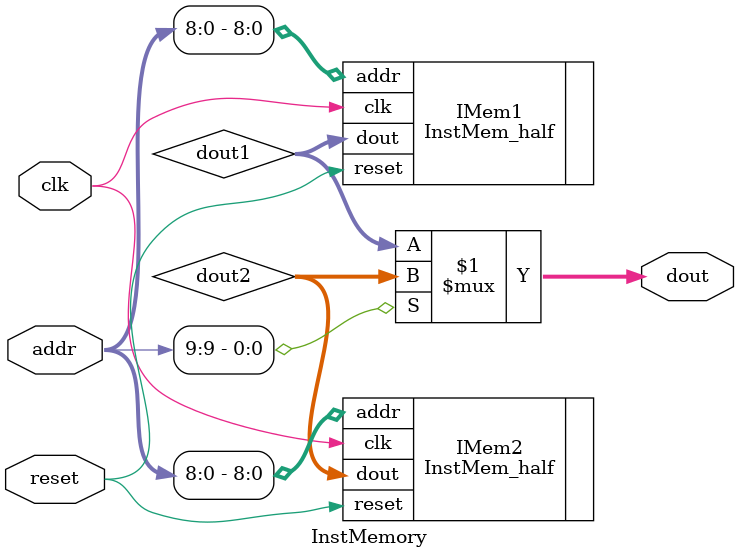
<source format=v>
module InstMemory #(
	parameter INIT_FILE1 = "program1.hex", INIT_FILE2 = "program2.hex"
) (dout, addr, clk, reset);
	output [31:0] dout;
	input [9:0] addr;
	input clk, reset;

	wire memsel;
	wire [31:0] dout1;
	wire [31:0] dout2;
	InstMem_half #(.INIT_FILE(INIT_FILE1)) IMem1 (
		.dout(dout1), .addr(addr[8:0]), .clk(clk), .reset(reset)
	);
	InstMem_half #(.INIT_FILE(INIT_FILE2)) IMem2 (
		.dout(dout2), .addr(addr[8:0]), .clk(clk), .reset(reset)
	);

	// Multiplexing output
	assign dout = (addr[9] ? dout2 : dout1);

endmodule

</source>
